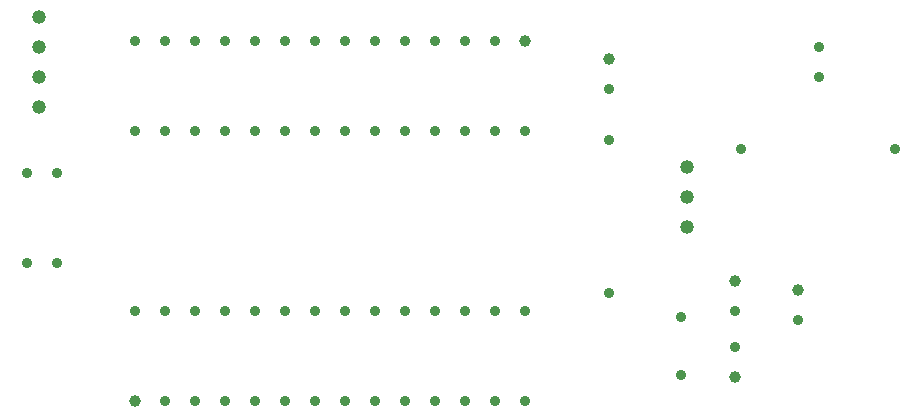
<source format=gbr>
G04 Generated by Ultiboard 14.0 *
%FSLAX24Y24*%
%MOIN*%

%ADD10C,0.0001*%
%ADD11C,0.0350*%
%ADD12C,0.0392*%
%ADD13C,0.0465*%
%ADD14C,0.0354*%


G04 ColorRGB 000000 for the following layer *
%LNDrill-Copper Top-Copper Bottom*%
%LPD*%
G54D11*
X33400Y16800D03*
X33400Y14883D03*
X12600Y18600D03*
X11600Y18600D03*
X12600Y21600D03*
X11600Y21600D03*
X38000Y24800D03*
X38000Y25800D03*
X31000Y24400D03*
X37300Y16700D03*
X35200Y15800D03*
X26200Y14000D03*
X20200Y14000D03*
X17200Y14000D03*
X16200Y14000D03*
X18200Y14000D03*
X19200Y14000D03*
X23200Y14000D03*
X21200Y14000D03*
X22200Y14000D03*
X25200Y14000D03*
X24200Y14000D03*
X28200Y14000D03*
X27200Y14000D03*
X35200Y17000D03*
X17200Y26000D03*
X23200Y26000D03*
X26200Y26000D03*
X27200Y26000D03*
X25200Y26000D03*
X24200Y26000D03*
X20200Y26000D03*
X22200Y26000D03*
X21200Y26000D03*
X18200Y26000D03*
X19200Y26000D03*
X15200Y26000D03*
X16200Y26000D03*
X15200Y23000D03*
X16200Y17000D03*
X17200Y17000D03*
X18200Y17000D03*
X20200Y17000D03*
X19200Y17000D03*
X21200Y17000D03*
X23200Y17000D03*
X22200Y17000D03*
X24200Y17000D03*
X25200Y17000D03*
X26200Y17000D03*
X27200Y17000D03*
X28200Y17000D03*
X21200Y23000D03*
X16200Y23000D03*
X17200Y23000D03*
X18200Y23000D03*
X20200Y23000D03*
X19200Y23000D03*
X23200Y23000D03*
X22200Y23000D03*
X24200Y23000D03*
X25200Y23000D03*
X26200Y23000D03*
X27200Y23000D03*
X28200Y23000D03*
X15200Y17000D03*
G54D12*
X31000Y25400D03*
X37300Y17700D03*
X35200Y14800D03*
X15200Y14000D03*
X35200Y18000D03*
X28200Y26000D03*
G54D13*
X33600Y20800D03*
X33600Y21800D03*
X33600Y19800D03*
X12000Y26800D03*
X12000Y25800D03*
X12000Y24800D03*
X12000Y23800D03*
G54D14*
X31000Y22718D03*
X31000Y17600D03*
X35400Y22412D03*
X40518Y22412D03*

M02*

</source>
